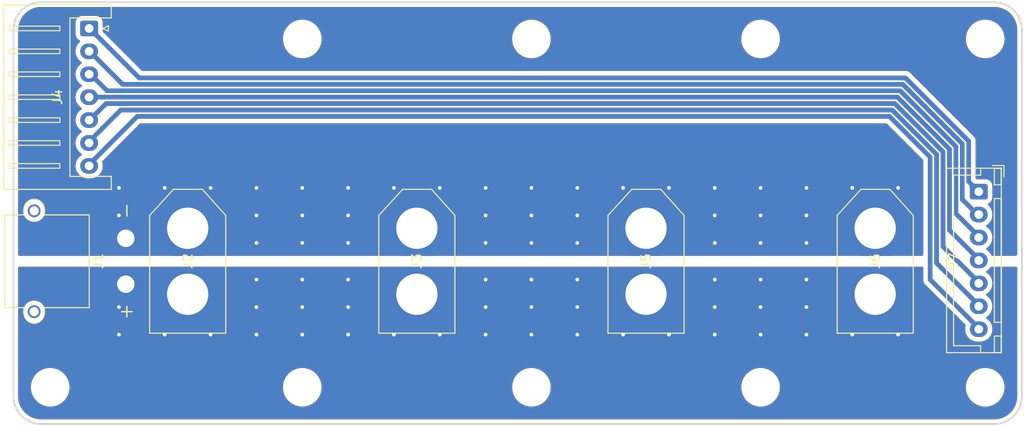
<source format=kicad_pcb>
(kicad_pcb (version 20211014) (generator pcbnew)
  (layers (0 "F.Cu" signal) (31 "B.Cu" signal) (34 "B.Paste" user) (35 "F.Paste" user) (36 "B.SilkS" user "B.Silkscreen") (37 "F.SilkS" user "F.Silkscreen") (38 "B.Mask" user) (39 "F.Mask" user) (44 "Edge.Cuts" user))
  (net 0 "")
  (net 1 "VCC")
  (net 2 "GND")
  (net 3 "Net-(J4-Pad1)")
  (net 4 "Net-(J4-Pad2)")
  (net 5 "Net-(J4-Pad3)")
  (net 6 "Net-(J4-Pad4)")
  (net 7 "Net-(J4-Pad5)")
  (net 8 "Net-(J4-Pad6)")
  (net 9 "Net-(J4-Pad7)")
  (footprint "Connector_AMASS:AMASS_XT60-M_1x02_P7.20mm_Vertical" (layer "F.Cu") (at 112.75 109.4 -90)
    (fp_text reference "J3" (at 3.6 0 90) (layer "F.SilkS"))
    (fp_text value "Output 2")
    (fp_line (start -4.25 1.55) (end -1.4 4.15) (layer "F.SilkS") (width 0.12))
    (fp_line (start 11.45 4.15) (end 11.45 -4.15) (layer "F.SilkS") (width 0.12))
    (fp_line (start -1.4 -4.15) (end -4.25 -1.6) (layer "F.SilkS") (width 0.12))
    (fp_line (start 11.45 -4.15) (end -1.4 -4.15) (layer "F.SilkS") (width 0.12))
    (fp_line (start -4.25 -1.6) (end -4.25 1.55) (layer "F.SilkS") (width 0.12))
    (fp_line (start -1.4 4.15) (end 11.45 4.15) (layer "F.SilkS") (width 0.12))
    (pad "1" thru_hole roundrect (at 0 0 270) (size 6 6) (drill 4.5) (layers *.Cu *.Mask) (net 2 "GND"))
    (pad "2" thru_hole circle (at 7.2 0 270) (size 6 6) (drill 4.5) (layers *.Cu *.Mask) (net 1 "VCC"))
  )
  (footprint "Connector_AMASS:AMASS_XT60-M_1x02_P7.20mm_Vertical" (layer "F.Cu") (at 162.75 109.4 -90)
    (fp_text reference "J6" (at 3.6 0 90) (layer "F.SilkS"))
    (fp_text value "Charging Input")
    (fp_line (start -1.4 4.15) (end 11.45 4.15) (layer "F.SilkS") (width 0.12))
    (fp_line (start -4.25 -1.6) (end -4.25 1.55) (layer "F.SilkS") (width 0.12))
    (fp_line (start -1.4 -4.15) (end -4.25 -1.6) (layer "F.SilkS") (width 0.12))
    (fp_line (start -4.25 1.55) (end -1.4 4.15) (layer "F.SilkS") (width 0.12))
    (fp_line (start 11.45 4.15) (end 11.45 -4.15) (layer "F.SilkS") (width 0.12))
    (fp_line (start 11.45 -4.15) (end -1.4 -4.15) (layer "F.SilkS") (width 0.12))
    (pad "1" thru_hole roundrect (at 0 0 270) (size 6 6) (drill 4.5) (layers *.Cu *.Mask) (net 2 "GND"))
    (pad "2" thru_hole circle (at 7.2 0 270) (size 6 6) (drill 4.5) (layers *.Cu *.Mask) (net 1 "VCC"))
  )
  (footprint "MountingHole:MountingHole_3.2mm_M3" (layer "F.Cu") (at 174.75 126.75)
    (fp_text reference "REF**7" hide)
    (fp_text value "MountingHole_3.2mm_M3" hide)
    (pad "" np_thru_hole circle (at 0 0) (size 3.2 3.2) (drill 3.2) (layers *.Cu *.Mask))
  )
  (footprint "Connector_AMASS:AMASS_XT60-M_1x02_P7.20mm_Vertical" (layer "F.Cu") (at 137.75 109.4 -90)
    (fp_text reference "J5" (at 3.6 0 90) (layer "F.SilkS"))
    (fp_text value "Output 3")
    (fp_line (start 11.45 4.15) (end 11.45 -4.15) (layer "F.SilkS") (width 0.12))
    (fp_line (start -1.4 -4.15) (end -4.25 -1.6) (layer "F.SilkS") (width 0.12))
    (fp_line (start 11.45 -4.15) (end -1.4 -4.15) (layer "F.SilkS") (width 0.12))
    (fp_line (start -4.25 -1.6) (end -4.25 1.55) (layer "F.SilkS") (width 0.12))
    (fp_line (start -4.25 1.55) (end -1.4 4.15) (layer "F.SilkS") (width 0.12))
    (fp_line (start -1.4 4.15) (end 11.45 4.15) (layer "F.SilkS") (width 0.12))
    (pad "1" thru_hole roundrect (at 0 0 270) (size 6 6) (drill 4.5) (layers *.Cu *.Mask) (net 2 "GND"))
    (pad "2" thru_hole circle (at 7.2 0 270) (size 6 6) (drill 4.5) (layers *.Cu *.Mask) (net 1 "VCC"))
  )
  (footprint "MountingHole:MountingHole_3.2mm_M3" (layer "F.Cu") (at 100.25 88.75)
    (fp_text reference "REF**" hide)
    (fp_text value "MountingHole_3.2mm_M3" hide)
    (pad "" np_thru_hole circle (at 0 0) (size 3.2 3.2) (drill 3.2) (layers *.Cu *.Mask))
  )
  (footprint "MountingHole:MountingHole_3.2mm_M3" (layer "F.Cu") (at 100.25 126.75)
    (fp_text reference "REF**4" hide)
    (fp_text value "MountingHole_3.2mm_M3" hide)
    (pad "" np_thru_hole circle (at 0 0) (size 3.2 3.2) (drill 3.2) (layers *.Cu *.Mask))
  )
  (footprint "MountingHole:MountingHole_3.2mm_M3" (layer "F.Cu") (at 150.25 88.75)
    (fp_text reference "REF**2" hide)
    (fp_text value "MountingHole_3.2mm_M3" hide)
    (pad "" np_thru_hole circle (at 0 0) (size 3.2 3.2) (drill 3.2) (layers *.Cu *.Mask))
  )
  (footprint "Connector_JST:JST_XH_S7B-XH-A_1x07_P2.50mm_Horizontal" (layer "F.Cu") (at 77 87.6 -90)
    (fp_text reference "J4" (at 7.5 3.45 90) (layer "F.SilkS"))
    (fp_text value "Batt Bal")
    (fp_line (start 5.25 3.2) (end 4.75 3.2) (layer "F.SilkS") (width 0.12))
    (fp_line (start 7.25 3.2) (end 7.25 8.7) (layer "F.SilkS") (width 0.12))
    (fp_line (start 15.25 8.7) (end 15.25 3.2) (layer "F.SilkS") (width 0.12))
    (fp_line (start 7.75 3.2) (end 7.25 3.2) (layer "F.SilkS") (width 0.12))
    (fp_line (start 12.75 3.2) (end 12.25 3.2) (layer "F.SilkS") (width 0.12))
    (fp_line (start 4.75 3.2) (end 4.75 8.7) (layer "F.SilkS") (width 0.12))
    (fp_line (start -0.25 8.7) (end 0.25 8.7) (layer "F.SilkS") (width 0.12))
    (fp_line (start 14.75 8.7) (end 15.25 8.7) (layer "F.SilkS") (width 0.12))
    (fp_line (start 9.75 3.2) (end 9.75 8.7) (layer "F.SilkS") (width 0.12))
    (fp_line (start 7.25 8.7) (end 7.75 8.7) (layer "F.SilkS") (width 0.12))
    (fp_line (start 9.75 8.7) (end 10.25 8.7) (layer "F.SilkS") (width 0.12))
    (fp_line (start 0.3 -2.1) (end 0 -1.5) (layer "F.SilkS") (width 0.12))
    (fp_line (start 17.56 9.31) (end 17.56 -2.41) (layer "F.SilkS") (width 0.12))
    (fp_line (start 14.75 3.2) (end 14.75 8.7) (layer "F.SilkS") (width 0.12))
    (fp_line (start 4.75 8.7) (end 5.25 8.7) (layer "F.SilkS") (width 0.12))
    (fp_line (start -0.25 3.2) (end -0.25 8.7) (layer "F.SilkS") (width 0.12))
    (fp_line (start 0.25 8.7) (end 0.25 3.2) (layer "F.SilkS") (width 0.12))
    (fp_line (start 12.75 8.7) (end 12.75 3.2) (layer "F.SilkS") (width 0.12))
    (fp_line (start 7.5 9.31) (end 17.56 9.31) (layer "F.SilkS") (width 0.12))
    (fp_line (start -1.14 2.09) (end 7.5 2.09) (layer "F.SilkS") (width 0.12))
    (fp_line (start 7.75 8.7) (end 7.75 3.2) (layer "F.SilkS") (width 0.12))
    (fp_line (start 0.25 3.2) (end -0.25 3.2) (layer "F.SilkS") (width 0.12))
    (fp_line (start 0 -1.5) (end -0.3 -2.1) (layer "F.SilkS") (width 0.12))
    (fp_line (start 2.75 8.7) (end 2.75 3.2) (layer "F.SilkS") (width 0.12))
    (fp_line (start 2.25 3.2) (end 2.25 8.7) (layer "F.SilkS") (width 0.12))
    (fp_line (start -2.56 9.31) (end -2.56 -2.41) (layer "F.SilkS") (width 0.12))
    (fp_line (start 10.25 8.7) (end 10.25 3.2) (layer "F.SilkS") (width 0.12))
    (fp_line (start 2.25 8.7) (end 2.75 8.7) (layer "F.SilkS") (width 0.12))
    (fp_line (start 15.25 3.2) (end 14.75 3.2) (layer "F.SilkS") (width 0.12))
    (fp_line (start -0.3 -2.1) (end 0.3 -2.1) (layer "F.SilkS") (width 0.12))
    (fp_line (start 17.56 -2.41) (end 16.14 -2.41) (layer "F.SilkS") (width 0.12))
    (fp_line (start 10.25 3.2) (end 9.75 3.2) (layer "F.SilkS") (width 0.12))
    (fp_line (start 7.5 9.31) (end -2.56 9.31) (layer "F.SilkS") (width 0.12))
    (fp_line (start 16.14 -2.41) (end 16.14 2.09) (layer "F.SilkS") (width 0.12))
    (fp_line (start -1.14 -2.41) (end -1.14 2.09) (layer "F.SilkS") (width 0.12))
    (fp_line (start 5.25 8.7) (end 5.25 3.2) (layer "F.SilkS") (width 0.12))
    (fp_line (start 12.25 8.7) (end 12.75 8.7) (layer "F.SilkS") (width 0.12))
    (fp_line (start 2.75 3.2) (end 2.25 3.2) (layer "F.SilkS") (width 0.12))
    (fp_line (start -2.56 -2.41) (end -1.14 -2.41) (layer "F.SilkS") (width 0.12))
    (fp_line (start 16.14 2.09) (end 7.5 2.09) (layer "F.SilkS") (width 0.12))
    (fp_line (start 12.25 3.2) (end 12.25 8.7) (layer "F.SilkS") (width 0.12))
    (pad "1" thru_hole roundrect (at 0 0 270) (size 1.7 1.95) (drill 0.95) (layers *.Cu *.Mask) (roundrect_rratio 0.1470588235) (net 3 "Net-(J4-Pad1)"))
    (pad "2" thru_hole oval (at 2.5 0 270) (size 1.7 1.95) (drill 0.95) (layers *.Cu *.Mask) (net 4 "Net-(J4-Pad2)"))
    (pad "3" thru_hole oval (at 5 0 270) (size 1.7 1.95) (drill 0.95) (layers *.Cu *.Mask) (net 5 "Net-(J4-Pad3)"))
    (pad "4" thru_hole oval (at 7.5 0 270) (size 1.7 1.95) (drill 0.95) (layers *.Cu *.Mask) (net 6 "Net-(J4-Pad4)"))
    (pad "5" thru_hole oval (at 10 0 270) (size 1.7 1.95) (drill 0.95) (layers *.Cu *.Mask) (net 7 "Net-(J4-Pad5)"))
    (pad "6" thru_hole oval (at 12.5 0 270) (size 1.7 1.95) (drill 0.95) (layers *.Cu *.Mask) (net 8 "Net-(J4-Pad6)"))
    (pad "7" thru_hole oval (at 15 0 270) (size 1.7 1.95) (drill 0.95) (layers *.Cu *.Mask) (net 9 "Net-(J4-Pad7)"))
  )
  (footprint "Connector_AMASS:AMASS_XT30PW-M_1x02_P2.50mm_Horizontal" (layer "F.Cu") (at 81 110.5 90)
    (fp_text reference "J1" (at -2.5 -3 90) (layer "F.SilkS"))
    (fp_text value "VBAT")
    (fp_text user "-" (at 3 0 90) (layer "F.SilkS") (effects (font (size 1.5 1.5))))
    (fp_text user "+" (at -8 0 90) (layer "F.SilkS") (effects (font (size 1.5 1.5))))
    (fp_line (start -7.56 -8.89) (end -7.56 -3.99) (layer "F.SilkS") (width 0.12))
    (fp_line (start -8.15 -11.11) (end -7.56 -11.11) (layer "F.SilkS") (width 0.12))
    (fp_line (start 2.56 -13.21) (end 2.56 -11.11) (layer "F.SilkS") (width 0.12))
    (fp_line (start 2.56 -8.89) (end 2.56 -3.99) (layer "F.SilkS") (width 0.12))
    (fp_line (start 2.56 -11.11) (end 3.15 -11.11) (layer "F.SilkS") (width 0.12))
    (fp_line (start -7.56 -13.21) (end 2.56 -13.21) (layer "F.SilkS") (width 0.12))
    (fp_line (start -7.56 -13.21) (end -7.56 -11.11) (layer "F.SilkS") (width 0.12))
    (fp_line (start -7.56 -3.99) (end 2.56 -3.99) (layer "F.SilkS") (width 0.12))
    (fp_line (start 2.56 -8.89) (end 3.15 -8.89) (layer "F.SilkS") (width 0.12))
    (fp_line (start -8.15 -8.89) (end -7.56 -8.89) (layer "F.SilkS") (width 0.12))
    (fp_arc (start -8.15 -8.89) (mid -9.26 -10) (end -8.15 -11.11) (layer "F.SilkS") (width 0.12))
    (fp_arc (start 3.15 -11.11) (mid 4.26 -10) (end 3.15 -8.89) (layer "F.SilkS") (width 0.12))
    (pad "" thru_hole circle (at 3 -10 90) (size 1.4 1.4) (drill 1) (layers *.Cu *.Mask))
    (pad "" thru_hole circle (at -8 -10 90) (size 1.4 1.4) (drill 1) (layers *.Cu *.Mask))
    (pad "1" thru_hole rect (at 0 0 90) (size 3.5 3.5) (drill 1.9) (layers *.Cu *.Mask) (net 2 "GND"))
    (pad "2" thru_hole circle (at -5 0 90) (size 3.5 3.5) (drill 1.9) (layers *.Cu *.Mask) (net 1 "VCC"))
  )
  (footprint "Connector_AMASS:AMASS_XT60-M_1x02_P7.20mm_Vertical" (layer "F.Cu") (at 87.75 109.4 -90)
    (fp_text reference "J2" (at 3.6 0 90) (layer "F.SilkS"))
    (fp_text value "Output 1")
    (fp_line (start -1.4 4.15) (end 11.45 4.15) (layer "F.SilkS") (width 0.12))
    (fp_line (start -1.4 -4.15) (end -4.25 -1.6) (layer "F.SilkS") (width 0.12))
    (fp_line (start -4.25 -1.6) (end -4.25 1.55) (layer "F.SilkS") (width 0.12))
    (fp_line (start -4.25 1.55) (end -1.4 4.15) (layer "F.SilkS") (width 0.12))
    (fp_line (start 11.45 -4.15) (end -1.4 -4.15) (layer "F.SilkS") (width 0.12))
    (fp_line (start 11.45 4.15) (end 11.45 -4.15) (layer "F.SilkS") (width 0.12))
    (pad "1" thru_hole roundrect (at 0 0 270) (size 6 6) (drill 4.5) (layers *.Cu *.Mask) (net 2 "GND"))
    (pad "2" thru_hole circle (at 7.2 0 270) (size 6 6) (drill 4.5) (layers *.Cu *.Mask) (net 1 "VCC"))
  )
  (footprint "Connector_JST:JST_XH_B7B-XH-A_1x07_P2.50mm_Vertical" (layer "F.Cu") (at 174.05 105.41 -90)
    (fp_text reference "J7" (at 7.5 2.75 90) (layer "F.SilkS"))
    (fp_text value "Charging Input")
    (fp_line (start -0.75 -1.7) (end -0.75 -2.45) (layer "F.SilkS") (width 0.12))
    (fp_line (start 15.75 -2.45) (end 15.75 -1.7) (layer "F.SilkS") (width 0.12))
    (fp_line (start 17.55 -1.7) (end 17.55 -2.45) (layer "F.SilkS") (width 0.12))
    (fp_line (start 0.75 -1.7) (end 14.25 -1.7) (layer "F.SilkS") (width 0.12))
    (fp_line (start 16.8 -0.2) (end 16.8 2.75) (layer "F.SilkS") (width 0.12))
    (fp_line (start -0.75 -2.45) (end -2.55 -2.45) (layer "F.SilkS") (width 0.12))
    (fp_line (start -2.55 -0.2) (end -1.8 -0.2) (layer "F.SilkS") (width 0.12))
    (fp_line (start -2.56 3.51) (end 17.56 3.51) (layer "F.SilkS") (width 0.12))
    (fp_line (start -2.56 -2.46) (end -2.56 3.51) (layer "F.SilkS") (width 0.12))
    (fp_line (start -2.55 -1.7) (end -0.75 -1.7) (layer "F.SilkS") (width 0.12))
    (fp_line (start -1.8 2.75) (end 7.5 2.75) (layer "F.SilkS") (width 0.12))
    (fp_line (start 17.56 -2.46) (end -2.56 -2.46) (layer "F.SilkS") (width 0.12))
    (fp_line (start 17.55 -0.2) (end 16.8 -0.2) (layer "F.SilkS") (width 0.12))
    (fp_line (start -1.6 -2.75) (end -2.85 -2.75) (layer "F.SilkS") (width 0.12))
    (fp_line (start 17.55 -2.45) (end 15.75 -2.45) (layer "F.SilkS") (width 0.12))
    (fp_line (start -1.8 -0.2) (end -1.8 2.75) (layer "F.SilkS") (width 0.12))
    (fp_line (start 14.25 -2.45) (end 0.75 -2.45) (layer "F.SilkS") (width 0.12))
    (fp_line (start -2.55 -2.45) (end -2.55 -1.7) (layer "F.SilkS") (width 0.12))
    (fp_line (start 15.75 -1.7) (end 17.55 -1.7) (layer "F.SilkS") (width 0.12))
    (fp_line (start -2.85 -2.75) (end -2.85 -1.5) (layer "F.SilkS") (width 0.12))
    (fp_line (start 0.75 -2.45) (end 0.75 -1.7) (layer "F.SilkS") (width 0.12))
    (fp_line (start 16.8 2.75) (end 7.5 2.75) (layer "F.SilkS") (width 0.12))
    (fp_line (start 17.56 3.51) (end 17.56 -2.46) (layer "F.SilkS") (width 0.12))
    (fp_line (start 14.25 -1.7) (end 14.25 -2.45) (layer "F.SilkS") (width 0.12))
    (pad "1" thru_hole roundrect (at 0 0 270) (size 1.7 1.95) (drill 0.95) (layers *.Cu *.Mask) (roundrect_rratio 0.1470588235) (net 3 "Net-(J4-Pad1)"))
    (pad "2" thru_hole oval (at 2.5 0 270) (size 1.7 1.95) (drill 0.95) (layers *.Cu *.Mask) (net 4 "Net-(J4-Pad2)"))
    (pad "3" thru_hole oval (at 5 0 270) (size 1.7 1.95) (drill 0.95) (layers *.Cu *.Mask) (net 5 "Net-(J4-Pad3)"))
    (pad "4" thru_hole oval (at 7.5 0 270) (size 1.7 1.95) (drill 0.95) (layers *.Cu *.Mask) (net 6 "Net-(J4-Pad4)"))
    (pad "5" thru_hole oval (at 10 0 270) (size 1.7 1.95) (drill 0.95) (layers *.Cu *.Mask) (net 7 "Net-(J4-Pad5)"))
    (pad "6" thru_hole oval (at 12.5 0 270) (size 1.7 1.95) (drill 0.95) (layers *.Cu *.Mask) (net 8 "Net-(J4-Pad6)"))
    (pad "7" thru_hole oval (at 15 0 270) (size 1.7 1.95) (drill 0.95) (layers *.Cu *.Mask) (net 9 "Net-(J4-Pad7)"))
  )
  (footprint "MountingHole:MountingHole_3.2mm_M3" (layer "F.Cu") (at 125.25 126.75)
    (fp_text reference "REF**5" hide)
    (fp_text value "MountingHole_3.2mm_M3" hide)
    (pad "" np_thru_hole circle (at 0 0) (size 3.2 3.2) (drill 3.2) (layers *.Cu *.Mask))
  )
  (footprint "MountingHole:MountingHole_3.2mm_M3" (layer "F.Cu") (at 72.75 126.75)
    (fp_text reference "REF**10" hide)
    (fp_text value "MountingHole_3.2mm_M3" hide)
    (pad "" np_thru_hole circle (at 0 0) (size 3.2 3.2) (drill 3.2) (layers *.Cu *.Mask))
  )
  (footprint "MountingHole:MountingHole_3.2mm_M3" (layer "F.Cu") (at 150.25 126.75)
    (fp_text reference "REF**6" hide)
    (fp_text value "MountingHole_3.2mm_M3" hide)
    (pad "" np_thru_hole circle (at 0 0) (size 3.2 3.2) (drill 3.2) (layers *.Cu *.Mask))
  )
  (footprint "MountingHole:MountingHole_3.2mm_M3" (layer "F.Cu") (at 125.25 88.75)
    (fp_text reference "REF**1" hide)
    (fp_text value "MountingHole_3.2mm_M3" hide)
    (pad "" np_thru_hole circle (at 0 0) (size 3.2 3.2) (drill 3.2) (layers *.Cu *.Mask))
  )
  (footprint "MountingHole:MountingHole_3.2mm_M3" (layer "F.Cu") (at 174.75 88.75)
    (fp_text reference "REF**3" hide)
    (fp_text value "MountingHole_3.2mm_M3" hide)
    (pad "" np_thru_hole circle (at 0 0) (size 3.2 3.2) (drill 3.2) (layers *.Cu *.Mask))
  )
  (gr_arc (start 175.75 84.75) (mid 177.87132 85.62868) (end 178.75 87.75) (layer "Edge.Cuts") (width 0.2))
  (gr_arc (start 68.75 87.75) (mid 69.62868 85.62868) (end 71.75 84.75) (layer "Edge.Cuts") (width 0.2))
  (gr_arc (start 71.75 130.75) (mid 69.62868 129.87132) (end 68.75 127.75) (layer "Edge.Cuts") (width 0.2))
  (gr_line (start 68.75 127.75) (end 68.75 87.75) (layer "Edge.Cuts") (width 0.2))
  (gr_line (start 175.75 84.75) (end 71.75 84.75) (layer "Edge.Cuts") (width 0.2))
  (gr_arc (start 178.75 127.75) (mid 177.87132 129.87132) (end 175.75 130.75) (layer "Edge.Cuts") (width 0.2))
  (gr_line (start 175.75 130.75) (end 71.75 130.75) (layer "Edge.Cuts") (width 0.2))
  (gr_line (start 178.75 127.75) (end 178.75 87.75) (layer "Edge.Cuts") (width 0.2))
  (via (at 105.25 121) (size 0.8) (drill 0.4) (layers "F.Cu" "B.Cu") (net 1))
  (via (at 125.25 118) (size 0.8) (drill 0.4) (layers "F.Cu" "B.Cu") (net 1))
  (via (at 130.25 118) (size 0.8) (drill 0.4) (layers "F.Cu" "B.Cu") (net 1))
  (via (at 155.25 115) (size 0.8) (drill 0.4) (layers "F.Cu" "B.Cu") (net 1))
  (via (at 105.25 115) (size 0.8) (drill 0.4) (layers "F.Cu" "B.Cu") (net 1))
  (via (at 130.25 121) (size 0.8) (drill 0.4) (layers "F.Cu" "B.Cu") (net 1))
  (via (at 145.25 121) (size 0.8) (drill 0.4) (layers "F.Cu" "B.Cu") (net 1))
  (via (at 100.25 121) (size 0.8) (drill 0.4) (layers "F.Cu" "B.Cu") (net 1))
  (via (at 165.25 121) (size 0.8) (drill 0.4) (layers "F.Cu" "B.Cu") (net 1))
  (via (at 155.25 118) (size 0.8) (drill 0.4) (layers "F.Cu" "B.Cu") (net 1))
  (via (at 85.25 121) (size 0.8) (drill 0.4) (layers "F.Cu" "B.Cu") (net 1))
  (via (at 125.25 115) (size 0.8) (drill 0.4) (layers "F.Cu" "B.Cu") (net 1))
  (via (at 160.25 121) (size 0.8) (drill 0.4) (layers "F.Cu" "B.Cu") (net 1))
  (via (at 105.25 118) (size 0.8) (drill 0.4) (layers "F.Cu" "B.Cu") (net 1))
  (via (at 155.25 121) (size 0.8) (drill 0.4) (layers "F.Cu" "B.Cu") (net 1))
  (via (at 120.25 118) (size 0.8) (drill 0.4) (layers "F.Cu" "B.Cu") (net 1))
  (via (at 80.25 118) (size 0.8) (drill 0.4) (layers "F.Cu" "B.Cu") (net 1))
  (via (at 150.25 121) (size 0.8) (drill 0.4) (layers "F.Cu" "B.Cu") (net 1))
  (via (at 145.25 115) (size 0.8) (drill 0.4) (layers "F.Cu" "B.Cu") (net 1))
  (via (at 100.25 118) (size 0.8) (drill 0.4) (layers "F.Cu" "B.Cu") (net 1))
  (via (at 95.25 121) (size 0.8) (drill 0.4) (layers "F.Cu" "B.Cu") (net 1))
  (via (at 150.25 115) (size 0.8) (drill 0.4) (layers "F.Cu" "B.Cu") (net 1))
  (via (at 110.25 121) (size 0.8) (drill 0.4) (layers "F.Cu" "B.Cu") (net 1))
  (via (at 140.25 121) (size 0.8) (drill 0.4) (layers "F.Cu" "B.Cu") (net 1))
  (via (at 120.25 121) (size 0.8) (drill 0.4) (layers "F.Cu" "B.Cu") (net 1))
  (via (at 100.25 115) (size 0.8) (drill 0.4) (layers "F.Cu" "B.Cu") (net 1))
  (via (at 95.25 118) (size 0.8) (drill 0.4) (layers "F.Cu" "B.Cu") (net 1))
  (via (at 120.25 115) (size 0.8) (drill 0.4) (layers "F.Cu" "B.Cu") (net 1))
  (via (at 90.25 121) (size 0.8) (drill 0.4) (layers "F.Cu" "B.Cu") (net 1))
  (via (at 145.25 118) (size 0.8) (drill 0.4) (layers "F.Cu" "B.Cu") (net 1))
  (via (at 135.25 121) (size 0.8) (drill 0.4) (layers "F.Cu" "B.Cu") (net 1))
  (via (at 115.25 121) (size 0.8) (drill 0.4) (layers "F.Cu" "B.Cu") (net 1))
  (via (at 130.25 115) (size 0.8) (drill 0.4) (layers "F.Cu" "B.Cu") (net 1))
  (via (at 150.25 118) (size 0.8) (drill 0.4) (layers "F.Cu" "B.Cu") (net 1))
  (via (at 125.25 121) (size 0.8) (drill 0.4) (layers "F.Cu" "B.Cu") (net 1))
  (via (at 80.25 121) (size 0.8) (drill 0.4) (layers "F.Cu" "B.Cu") (net 1))
  (via (at 95.25 115) (size 0.8) (drill 0.4) (layers "F.Cu" "B.Cu") (net 1))
  (via (at 130.25 105) (size 0.8) (drill 0.4) (layers "F.Cu" "B.Cu") (net 2))
  (via (at 155.25 105) (size 0.8) (drill 0.4) (layers "F.Cu" "B.Cu") (net 2))
  (via (at 130.25 111) (size 0.8) (drill 0.4) (layers "F.Cu" "B.Cu") (net 2))
  (via (at 130.25 108) (size 0.8) (drill 0.4) (layers "F.Cu" "B.Cu") (net 2))
  (via (at 90.25 105) (size 0.8) (drill 0.4) (layers "F.Cu" "B.Cu") (net 2))
  (via (at 105.25 108) (size 0.8) (drill 0.4) (layers "F.Cu" "B.Cu") (net 2))
  (via (at 125.25 108) (size 0.8) (drill 0.4) (layers "F.Cu" "B.Cu") (net 2))
  (via (at 85.25 105) (size 0.8) (drill 0.4) (layers "F.Cu" "B.Cu") (net 2))
  (via (at 95.25 105) (size 0.8) (drill 0.4) (layers "F.Cu" "B.Cu") (net 2))
  (via (at 100.25 108) (size 0.8) (drill 0.4) (layers "F.Cu" "B.Cu") (net 2))
  (via (at 105.25 105) (size 0.8) (drill 0.4) (layers "F.Cu" "B.Cu") (net 2))
  (via (at 80.25 105) (size 0.8) (drill 0.4) (layers "F.Cu" "B.Cu") (net 2))
  (via (at 120.25 111) (size 0.8) (drill 0.4) (layers "F.Cu" "B.Cu") (net 2))
  (via (at 120.25 108) (size 0.8) (drill 0.4) (layers "F.Cu" "B.Cu") (net 2))
  (via (at 95.25 111) (size 0.8) (drill 0.4) (layers "F.Cu" "B.Cu") (net 2))
  (via (at 120.25 105) (size 0.8) (drill 0.4) (layers "F.Cu" "B.Cu") (net 2))
  (via (at 105.25 111) (size 0.8) (drill 0.4) (layers "F.Cu" "B.Cu") (net 2))
  (via (at 145.25 105) (size 0.8) (drill 0.4) (layers "F.Cu" "B.Cu") (net 2))
  (via (at 145.25 111) (size 0.8) (drill 0.4) (layers "F.Cu" "B.Cu") (net 2))
  (via (at 140.25 105) (size 0.8) (drill 0.4) (layers "F.Cu" "B.Cu") (net 2))
  (via (at 115.25 105) (size 0.8) (drill 0.4) (layers "F.Cu" "B.Cu") (net 2))
  (via (at 110.25 105) (size 0.8) (drill 0.4) (layers "F.Cu" "B.Cu") (net 2))
  (via (at 155.25 111) (size 0.8) (drill 0.4) (layers "F.Cu" "B.Cu") (net 2))
  (via (at 100.25 111) (size 0.8) (drill 0.4) (layers "F.Cu" "B.Cu") (net 2))
  (via (at 155.25 108) (size 0.8) (drill 0.4) (layers "F.Cu" "B.Cu") (net 2))
  (via (at 80.25 108) (size 0.8) (drill 0.4) (layers "F.Cu" "B.Cu") (net 2))
  (via (at 95.25 108) (size 0.8) (drill 0.4) (layers "F.Cu" "B.Cu") (net 2))
  (via (at 150.25 111) (size 0.8) (drill 0.4) (layers "F.Cu" "B.Cu") (net 2))
  (via (at 165.25 105) (size 0.8) (drill 0.4) (layers "F.Cu" "B.Cu") (net 2))
  (via (at 160.25 105) (size 0.8) (drill 0.4) (layers "F.Cu" "B.Cu") (net 2))
  (via (at 150.25 105) (size 0.8) (drill 0.4) (layers "F.Cu" "B.Cu") (net 2))
  (via (at 150.25 108) (size 0.8) (drill 0.4) (layers "F.Cu" "B.Cu") (net 2))
  (via (at 145.25 108) (size 0.8) (drill 0.4) (layers "F.Cu" "B.Cu") (net 2))
  (via (at 135.25 105) (size 0.8) (drill 0.4) (layers "F.Cu" "B.Cu") (net 2))
  (via (at 100.25 105) (size 0.8) (drill 0.4) (layers "F.Cu" "B.Cu") (net 2))
  (via (at 125.25 105) (size 0.8) (drill 0.4) (layers "F.Cu" "B.Cu") (net 2))
  (via (at 125.25 111) (size 0.8) (drill 0.4) (layers "F.Cu" "B.Cu") (net 2))
  (segment (start 172.95 104.31) (end 172.95 99.9) (width 0.5) (layer "F.Cu") (net 3))
  (segment (start 172.95 99.9) (end 166.05 93) (width 0.5) (layer "F.Cu") (net 3))
  (segment (start 174.05 105.41) (end 172.95 104.31) (width 0.5) (layer "F.Cu") (net 3))
  (segment (start 166.05 93) (end 82.45 93) (width 0.5) (layer "F.Cu") (net 3))
  (segment (start 82.45 93) (end 77 87.55) (width 0.5) (layer "F.Cu") (net 3))
  (segment (start 77 87.55) (end 77 87.5) (width 0.5) (layer "F.Cu") (net 3))
  (segment (start 174.05 105.41) (end 172.95 104.31) (width 0.5) (layer "B.Cu") (net 3))
  (segment (start 172.95 99.9) (end 166.05 93) (width 0.5) (layer "B.Cu") (net 3))
  (segment (start 82.45 93) (end 77 87.55) (width 0.5) (layer "B.Cu") (net 3))
  (segment (start 77 87.55) (end 77 87.5) (width 0.5) (layer "B.Cu") (net 3))
  (segment (start 166.05 93) (end 82.45 93) (width 0.5) (layer "B.Cu") (net 3))
  (segment (start 172.95 104.31) (end 172.95 99.9) (width 0.5) (layer "B.Cu") (net 3))
  (segment (start 80.65 93.7) (end 77 90.05) (width 0.5) (layer "F.Cu") (net 4))
  (segment (start 173.96 108) (end 174.05 107.91) (width 0.5) (layer "F.Cu") (net 4))
  (segment (start 77 90.05) (end 77 90) (width 0.5) (layer "F.Cu") (net 4))
  (segment (start 165.76005 93.7) (end 80.65 93.7) (width 0.5) (layer "F.Cu") (net 4))
  (segment (start 174.05 107.91) (end 173.91 107.91) (width 0.5) (layer "F.Cu") (net 4))
  (segment (start 172.25 100.18995) (end 165.76005 93.7) (width 0.5) (layer "F.Cu") (net 4))
  (segment (start 172.25 106.25) (end 172.25 100.18995) (width 0.5) (layer "F.Cu") (net 4))
  (segment (start 173.91 107.91) (end 172.25 106.25) (width 0.5) (layer "F.Cu") (net 4))
  (segment (start 165.76005 93.7) (end 80.65 93.7) (width 0.5) (layer "B.Cu") (net 4))
  (segment (start 80.65 93.7) (end 77 90.05) (width 0.5) (layer "B.Cu") (net 4))
  (segment (start 77 90.05) (end 77 90) (width 0.5) (layer "B.Cu") (net 4))
  (segment (start 173.91 107.91) (end 172.25 106.25) (width 0.5) (layer "B.Cu") (net 4))
  (segment (start 172.25 100.18995) (end 165.76005 93.7) (width 0.5) (layer "B.Cu") (net 4))
  (segment (start 174.05 107.91) (end 173.91 107.91) (width 0.5) (layer "B.Cu") (net 4))
  (segment (start 172.25 106.25) (end 172.25 100.18995) (width 0.5) (layer "B.Cu") (net 4))
  (segment (start 174.05 110.3) (end 171.55 107.8) (width 0.5) (layer "F.Cu") (net 5))
  (segment (start 77.05 92.5) (end 77 92.5) (width 0.5) (layer "F.Cu") (net 5))
  (segment (start 78.95 94.4) (end 77.05 92.5) (width 0.5) (layer "F.Cu") (net 5))
  (segment (start 171.55 107.8) (end 171.55 100.4799) (width 0.5) (layer "F.Cu") (net 5))
  (segment (start 165.4701 94.4) (end 78.95 94.4) (width 0.5) (layer "F.Cu") (net 5))
  (segment (start 171.55 100.4799) (end 165.4701 94.4) (width 0.5) (layer "F.Cu") (net 5))
  (segment (start 174.05 110.41) (end 174.05 110.3) (width 0.5) (layer "F.Cu") (net 5))
  (segment (start 174.05 110.41) (end 174.05 110.3) (width 0.5) (layer "B.Cu") (net 5))
  (segment (start 78.95 94.4) (end 77.05 92.5) (width 0.5) (layer "B.Cu") (net 5))
  (segment (start 171.55 107.8) (end 171.55 100.4799) (width 0.5) (layer "B.Cu") (net 5))
  (segment (start 174.05 110.3) (end 171.55 107.8) (width 0.5) (layer "B.Cu") (net 5))
  (segment (start 77.05 92.5) (end 77 92.5) (width 0.5) (layer "B.Cu") (net 5))
  (segment (start 171.55 100.4799) (end 165.4701 94.4) (width 0.5) (layer "B.Cu") (net 5))
  (segment (start 165.4701 94.4) (end 78.95 94.4) (width 0.5) (layer "B.Cu") (net 5))
  (segment (start 170.85 109.6) (end 170.85 100.76985) (width 0.5) (layer "F.Cu") (net 6))
  (segment (start 174.05 112.91) (end 174.05 112.8) (width 0.5) (layer "F.Cu") (net 6))
  (segment (start 165.18015 95.1) (end 77.1 95.1) (width 0.5) (layer "F.Cu") (net 6))
  (segment (start 170.85 100.76985) (end 165.18015 95.1) (width 0.5) (layer "F.Cu") (net 6))
  (segment (start 174.05 112.8) (end 170.85 109.6) (width 0.5) (layer "F.Cu") (net 6))
  (segment (start 170.85 109.6) (end 170.85 100.76985) (width 0.5) (layer "B.Cu") (net 6))
  (segment (start 174.05 112.91) (end 174.05 112.8) (width 0.5) (layer "B.Cu") (net 6))
  (segment (start 174.05 112.8) (end 170.85 109.6) (width 0.5) (layer "B.Cu") (net 6))
  (segment (start 165.18015 95.1) (end 77.1 95.1) (width 0.5) (layer "B.Cu") (net 6))
  (segment (start 170.85 100.76985) (end 165.18015 95.1) (width 0.5) (layer "B.Cu") (net 6))
  (segment (start 170.15 111.4) (end 170.15 101.0598) (width 0.5) (layer "F.Cu") (net 7))
  (segment (start 174.05 115.3) (end 170.15 111.4) (width 0.5) (layer "F.Cu") (net 7))
  (segment (start 174.05 115.41) (end 174.05 115.3) (width 0.5) (layer "F.Cu") (net 7))
  (segment (start 170.15 101.0598) (end 164.8902 95.8) (width 0.5) (layer "F.Cu") (net 7))
  (segment (start 164.8902 95.8) (end 78.85 95.8) (width 0.5) (layer "F.Cu") (net 7))
  (segment (start 77.15 97.5) (end 77 97.5) (width 0.5) (layer "F.Cu") (net 7))
  (segment (start 78.85 95.8) (end 77.15 97.5) (width 0.5) (layer "F.Cu") (net 7))
  (segment (start 174.05 115.3) (end 170.15 111.4) (width 0.5) (layer "B.Cu") (net 7))
  (segment (start 170.15 101.0598) (end 164.8902 95.8) (width 0.5) (layer "B.Cu") (net 7))
  (segment (start 170.15 111.4) (end 170.15 101.0598) (width 0.5) (layer "B.Cu") (net 7))
  (segment (start 164.8902 95.8) (end 78.85 95.8) (width 0.5) (layer "B.Cu") (net 7))
  (segment (start 77.15 97.5) (end 77 97.5) (width 0.5) (layer "B.Cu") (net 7))
  (segment (start 174.05 115.41) (end 174.05 115.3) (width 0.5) (layer "B.Cu") (net 7))
  (segment (start 78.85 95.8) (end 77.15 97.5) (width 0.5) (layer "B.Cu") (net 7))
  (segment (start 164.60025 96.5) (end 80.45 96.5) (width 0.5) (layer "F.Cu") (net 8))
  (segment (start 174.05 117.91) (end 174.05 117.8) (width 0.5) (layer "F.Cu") (net 8))
  (segment (start 169.45 101.34975) (end 164.60025 96.5) (width 0.5) (layer "F.Cu") (net 8))
  (segment (start 77 99.95) (end 77 100) (width 0.5) (layer "F.Cu") (net 8))
  (segment (start 80.45 96.5) (end 77 99.95) (width 0.5) (layer "F.Cu") (net 8))
  (segment (start 174.05 117.8) (end 169.45 113.2) (width 0.5) (layer "F.Cu") (net 8))
  (segment (start 169.45 113.2) (end 169.45 101.34975) (width 0.5) (layer "F.Cu") (net 8))
  (segment (start 174.05 117.8) (end 169.45 113.2) (width 0.5) (layer "B.Cu") (net 8))
  (segment (start 169.45 101.34975) (end 164.60025 96.5) (width 0.5) (layer "B.Cu") (net 8))
  (segment (start 169.45 113.2) (end 169.45 101.34975) (width 0.5) (layer "B.Cu") (net 8))
  (segment (start 77 99.95) (end 77 100) (width 0.5) (layer "B.Cu") (net 8))
  (segment (start 164.60025 96.5) (end 80.45 96.5) (width 0.5) (layer "B.Cu") (net 8))
  (segment (start 80.45 96.5) (end 77 99.95) (width 0.5) (layer "B.Cu") (net 8))
  (segment (start 174.05 117.91) (end 174.05 117.8) (width 0.5) (layer "B.Cu") (net 8))
  (segment (start 174.05 120.3) (end 168.75 115) (width 0.5) (layer "F.Cu") (net 9))
  (segment (start 82.25 97.2) (end 77 102.45) (width 0.5) (layer "F.Cu") (net 9))
  (segment (start 168.75 101.6397) (end 164.3103 97.2) (width 0.5) (layer "F.Cu") (net 9))
  (segment (start 77 102.45) (end 77 102.5) (width 0.5) (layer "F.Cu") (net 9))
  (segment (start 164.3103 97.2) (end 82.25 97.2) (width 0.5) (layer "F.Cu") (net 9))
  (segment (start 168.75 115) (end 168.75 101.6397) (width 0.5) (layer "F.Cu") (net 9))
  (segment (start 174.05 120.41) (end 174.05 120.3) (width 0.5) (layer "F.Cu") (net 9))
  (segment (start 82.25 97.2) (end 77 102.45) (width 0.5) (layer "B.Cu") (net 9))
  (segment (start 77 102.45) (end 77 102.5) (width 0.5) (layer "B.Cu") (net 9))
  (segment (start 164.3103 97.2) (end 82.25 97.2) (width 0.5) (layer "B.Cu") (net 9))
  (segment (start 174.05 120.41) (end 174.05 120.3) (width 0.5) (layer "B.Cu") (net 9))
  (segment (start 168.75 115) (end 168.75 101.6397) (width 0.5) (layer "B.Cu") (net 9))
  (segment (start 174.05 120.3) (end 168.75 115) (width 0.5) (layer "B.Cu") (net 9))
  (segment (start 168.75 101.6397) (end 164.3103 97.2) (width 0.5) (layer "B.Cu") (net 9))
  (zone (net 2) (net_name "GND") (layers F&B.Cu) (connect_pads yes (clearance 0.508)) (min_thickness 0.254) (fill yes (thermal_gap 0.508) (thermal_bridge_width 0.508))
    (polygon (pts (xy 179 112.4) (xy 68.5 112.4) (xy 68.5 84.5) (xy 179 84.5)))
  )
  (zone (net 1) (net_name "VCC") (layers F&B.Cu) (connect_pads yes (clearance 0.508)) (min_thickness 0.254) (fill yes (thermal_gap 0.508) (thermal_bridge_width 0.508))
    (polygon (pts (xy 179 131) (xy 68.5 131) (xy 68.5 113.6) (xy 179 113.6)))
  )
)
</source>
